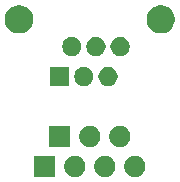
<source format=gbr>
G04 #@! TF.GenerationSoftware,KiCad,Pcbnew,5.1.5+dfsg1-2build2*
G04 #@! TF.CreationDate,2020-09-08T13:45:38-03:00*
G04 #@! TF.ProjectId,base-directo,62617365-2d64-4697-9265-63746f2e6b69,rev?*
G04 #@! TF.SameCoordinates,Original*
G04 #@! TF.FileFunction,Soldermask,Top*
G04 #@! TF.FilePolarity,Negative*
%FSLAX46Y46*%
G04 Gerber Fmt 4.6, Leading zero omitted, Abs format (unit mm)*
G04 Created by KiCad (PCBNEW 5.1.5+dfsg1-2build2) date 2020-09-08 13:45:38*
%MOMM*%
%LPD*%
G04 APERTURE LIST*
%ADD10C,0.100000*%
G04 APERTURE END LIST*
D10*
G36*
X119493512Y-101973927D02*
G01*
X119642812Y-102003624D01*
X119806784Y-102071544D01*
X119954354Y-102170147D01*
X120079853Y-102295646D01*
X120178456Y-102443216D01*
X120246376Y-102607188D01*
X120281000Y-102781259D01*
X120281000Y-102958741D01*
X120246376Y-103132812D01*
X120178456Y-103296784D01*
X120079853Y-103444354D01*
X119954354Y-103569853D01*
X119806784Y-103668456D01*
X119642812Y-103736376D01*
X119493512Y-103766073D01*
X119468742Y-103771000D01*
X119291258Y-103771000D01*
X119266488Y-103766073D01*
X119117188Y-103736376D01*
X118953216Y-103668456D01*
X118805646Y-103569853D01*
X118680147Y-103444354D01*
X118581544Y-103296784D01*
X118513624Y-103132812D01*
X118479000Y-102958741D01*
X118479000Y-102781259D01*
X118513624Y-102607188D01*
X118581544Y-102443216D01*
X118680147Y-102295646D01*
X118805646Y-102170147D01*
X118953216Y-102071544D01*
X119117188Y-102003624D01*
X119266488Y-101973927D01*
X119291258Y-101969000D01*
X119468742Y-101969000D01*
X119493512Y-101973927D01*
G37*
G36*
X116953512Y-101973927D02*
G01*
X117102812Y-102003624D01*
X117266784Y-102071544D01*
X117414354Y-102170147D01*
X117539853Y-102295646D01*
X117638456Y-102443216D01*
X117706376Y-102607188D01*
X117741000Y-102781259D01*
X117741000Y-102958741D01*
X117706376Y-103132812D01*
X117638456Y-103296784D01*
X117539853Y-103444354D01*
X117414354Y-103569853D01*
X117266784Y-103668456D01*
X117102812Y-103736376D01*
X116953512Y-103766073D01*
X116928742Y-103771000D01*
X116751258Y-103771000D01*
X116726488Y-103766073D01*
X116577188Y-103736376D01*
X116413216Y-103668456D01*
X116265646Y-103569853D01*
X116140147Y-103444354D01*
X116041544Y-103296784D01*
X115973624Y-103132812D01*
X115939000Y-102958741D01*
X115939000Y-102781259D01*
X115973624Y-102607188D01*
X116041544Y-102443216D01*
X116140147Y-102295646D01*
X116265646Y-102170147D01*
X116413216Y-102071544D01*
X116577188Y-102003624D01*
X116726488Y-101973927D01*
X116751258Y-101969000D01*
X116928742Y-101969000D01*
X116953512Y-101973927D01*
G37*
G36*
X115201000Y-103771000D02*
G01*
X113399000Y-103771000D01*
X113399000Y-101969000D01*
X115201000Y-101969000D01*
X115201000Y-103771000D01*
G37*
G36*
X122033512Y-101973927D02*
G01*
X122182812Y-102003624D01*
X122346784Y-102071544D01*
X122494354Y-102170147D01*
X122619853Y-102295646D01*
X122718456Y-102443216D01*
X122786376Y-102607188D01*
X122821000Y-102781259D01*
X122821000Y-102958741D01*
X122786376Y-103132812D01*
X122718456Y-103296784D01*
X122619853Y-103444354D01*
X122494354Y-103569853D01*
X122346784Y-103668456D01*
X122182812Y-103736376D01*
X122033512Y-103766073D01*
X122008742Y-103771000D01*
X121831258Y-103771000D01*
X121806488Y-103766073D01*
X121657188Y-103736376D01*
X121493216Y-103668456D01*
X121345646Y-103569853D01*
X121220147Y-103444354D01*
X121121544Y-103296784D01*
X121053624Y-103132812D01*
X121019000Y-102958741D01*
X121019000Y-102781259D01*
X121053624Y-102607188D01*
X121121544Y-102443216D01*
X121220147Y-102295646D01*
X121345646Y-102170147D01*
X121493216Y-102071544D01*
X121657188Y-102003624D01*
X121806488Y-101973927D01*
X121831258Y-101969000D01*
X122008742Y-101969000D01*
X122033512Y-101973927D01*
G37*
G36*
X120763512Y-99433927D02*
G01*
X120912812Y-99463624D01*
X121076784Y-99531544D01*
X121224354Y-99630147D01*
X121349853Y-99755646D01*
X121448456Y-99903216D01*
X121516376Y-100067188D01*
X121551000Y-100241259D01*
X121551000Y-100418741D01*
X121516376Y-100592812D01*
X121448456Y-100756784D01*
X121349853Y-100904354D01*
X121224354Y-101029853D01*
X121076784Y-101128456D01*
X120912812Y-101196376D01*
X120763512Y-101226073D01*
X120738742Y-101231000D01*
X120561258Y-101231000D01*
X120536488Y-101226073D01*
X120387188Y-101196376D01*
X120223216Y-101128456D01*
X120075646Y-101029853D01*
X119950147Y-100904354D01*
X119851544Y-100756784D01*
X119783624Y-100592812D01*
X119749000Y-100418741D01*
X119749000Y-100241259D01*
X119783624Y-100067188D01*
X119851544Y-99903216D01*
X119950147Y-99755646D01*
X120075646Y-99630147D01*
X120223216Y-99531544D01*
X120387188Y-99463624D01*
X120536488Y-99433927D01*
X120561258Y-99429000D01*
X120738742Y-99429000D01*
X120763512Y-99433927D01*
G37*
G36*
X116471000Y-101231000D02*
G01*
X114669000Y-101231000D01*
X114669000Y-99429000D01*
X116471000Y-99429000D01*
X116471000Y-101231000D01*
G37*
G36*
X118223512Y-99433927D02*
G01*
X118372812Y-99463624D01*
X118536784Y-99531544D01*
X118684354Y-99630147D01*
X118809853Y-99755646D01*
X118908456Y-99903216D01*
X118976376Y-100067188D01*
X119011000Y-100241259D01*
X119011000Y-100418741D01*
X118976376Y-100592812D01*
X118908456Y-100756784D01*
X118809853Y-100904354D01*
X118684354Y-101029853D01*
X118536784Y-101128456D01*
X118372812Y-101196376D01*
X118223512Y-101226073D01*
X118198742Y-101231000D01*
X118021258Y-101231000D01*
X117996488Y-101226073D01*
X117847188Y-101196376D01*
X117683216Y-101128456D01*
X117535646Y-101029853D01*
X117410147Y-100904354D01*
X117311544Y-100756784D01*
X117243624Y-100592812D01*
X117209000Y-100418741D01*
X117209000Y-100241259D01*
X117243624Y-100067188D01*
X117311544Y-99903216D01*
X117410147Y-99755646D01*
X117535646Y-99630147D01*
X117683216Y-99531544D01*
X117847188Y-99463624D01*
X117996488Y-99433927D01*
X118021258Y-99429000D01*
X118198742Y-99429000D01*
X118223512Y-99433927D01*
G37*
G36*
X116381000Y-96061000D02*
G01*
X114759000Y-96061000D01*
X114759000Y-94439000D01*
X116381000Y-94439000D01*
X116381000Y-96061000D01*
G37*
G36*
X117846560Y-94470166D02*
G01*
X117994153Y-94531301D01*
X118126982Y-94620055D01*
X118239945Y-94733018D01*
X118328699Y-94865847D01*
X118389834Y-95013440D01*
X118421000Y-95170123D01*
X118421000Y-95329877D01*
X118389834Y-95486560D01*
X118328699Y-95634153D01*
X118239945Y-95766982D01*
X118126982Y-95879945D01*
X117994153Y-95968699D01*
X117994152Y-95968700D01*
X117994151Y-95968700D01*
X117846560Y-96029834D01*
X117689878Y-96061000D01*
X117530122Y-96061000D01*
X117373440Y-96029834D01*
X117225849Y-95968700D01*
X117225848Y-95968700D01*
X117225847Y-95968699D01*
X117093018Y-95879945D01*
X116980055Y-95766982D01*
X116891301Y-95634153D01*
X116830166Y-95486560D01*
X116799000Y-95329877D01*
X116799000Y-95170123D01*
X116830166Y-95013440D01*
X116891301Y-94865847D01*
X116980055Y-94733018D01*
X117093018Y-94620055D01*
X117225847Y-94531301D01*
X117373440Y-94470166D01*
X117530122Y-94439000D01*
X117689878Y-94439000D01*
X117846560Y-94470166D01*
G37*
G36*
X119886560Y-94470166D02*
G01*
X120034153Y-94531301D01*
X120166982Y-94620055D01*
X120279945Y-94733018D01*
X120368699Y-94865847D01*
X120429834Y-95013440D01*
X120461000Y-95170123D01*
X120461000Y-95329877D01*
X120429834Y-95486560D01*
X120368699Y-95634153D01*
X120279945Y-95766982D01*
X120166982Y-95879945D01*
X120034153Y-95968699D01*
X120034152Y-95968700D01*
X120034151Y-95968700D01*
X119886560Y-96029834D01*
X119729878Y-96061000D01*
X119570122Y-96061000D01*
X119413440Y-96029834D01*
X119265849Y-95968700D01*
X119265848Y-95968700D01*
X119265847Y-95968699D01*
X119133018Y-95879945D01*
X119020055Y-95766982D01*
X118931301Y-95634153D01*
X118870166Y-95486560D01*
X118839000Y-95329877D01*
X118839000Y-95170123D01*
X118870166Y-95013440D01*
X118931301Y-94865847D01*
X119020055Y-94733018D01*
X119133018Y-94620055D01*
X119265847Y-94531301D01*
X119413440Y-94470166D01*
X119570122Y-94439000D01*
X119729878Y-94439000D01*
X119886560Y-94470166D01*
G37*
G36*
X120906560Y-91930166D02*
G01*
X121054153Y-91991301D01*
X121186982Y-92080055D01*
X121299945Y-92193018D01*
X121388699Y-92325847D01*
X121449834Y-92473440D01*
X121481000Y-92630123D01*
X121481000Y-92789877D01*
X121449834Y-92946560D01*
X121388699Y-93094153D01*
X121299945Y-93226982D01*
X121186982Y-93339945D01*
X121054153Y-93428699D01*
X121054152Y-93428700D01*
X121054151Y-93428700D01*
X120906560Y-93489834D01*
X120749878Y-93521000D01*
X120590122Y-93521000D01*
X120433440Y-93489834D01*
X120285849Y-93428700D01*
X120285848Y-93428700D01*
X120285847Y-93428699D01*
X120153018Y-93339945D01*
X120040055Y-93226982D01*
X119951301Y-93094153D01*
X119890166Y-92946560D01*
X119859000Y-92789877D01*
X119859000Y-92630123D01*
X119890166Y-92473440D01*
X119951301Y-92325847D01*
X120040055Y-92193018D01*
X120153018Y-92080055D01*
X120285847Y-91991301D01*
X120433440Y-91930166D01*
X120590122Y-91899000D01*
X120749878Y-91899000D01*
X120906560Y-91930166D01*
G37*
G36*
X118866560Y-91930166D02*
G01*
X119014153Y-91991301D01*
X119146982Y-92080055D01*
X119259945Y-92193018D01*
X119348699Y-92325847D01*
X119409834Y-92473440D01*
X119441000Y-92630123D01*
X119441000Y-92789877D01*
X119409834Y-92946560D01*
X119348699Y-93094153D01*
X119259945Y-93226982D01*
X119146982Y-93339945D01*
X119014153Y-93428699D01*
X119014152Y-93428700D01*
X119014151Y-93428700D01*
X118866560Y-93489834D01*
X118709878Y-93521000D01*
X118550122Y-93521000D01*
X118393440Y-93489834D01*
X118245849Y-93428700D01*
X118245848Y-93428700D01*
X118245847Y-93428699D01*
X118113018Y-93339945D01*
X118000055Y-93226982D01*
X117911301Y-93094153D01*
X117850166Y-92946560D01*
X117819000Y-92789877D01*
X117819000Y-92630123D01*
X117850166Y-92473440D01*
X117911301Y-92325847D01*
X118000055Y-92193018D01*
X118113018Y-92080055D01*
X118245847Y-91991301D01*
X118393440Y-91930166D01*
X118550122Y-91899000D01*
X118709878Y-91899000D01*
X118866560Y-91930166D01*
G37*
G36*
X116826560Y-91930166D02*
G01*
X116974153Y-91991301D01*
X117106982Y-92080055D01*
X117219945Y-92193018D01*
X117308699Y-92325847D01*
X117369834Y-92473440D01*
X117401000Y-92630123D01*
X117401000Y-92789877D01*
X117369834Y-92946560D01*
X117308699Y-93094153D01*
X117219945Y-93226982D01*
X117106982Y-93339945D01*
X116974153Y-93428699D01*
X116974152Y-93428700D01*
X116974151Y-93428700D01*
X116826560Y-93489834D01*
X116669878Y-93521000D01*
X116510122Y-93521000D01*
X116353440Y-93489834D01*
X116205849Y-93428700D01*
X116205848Y-93428700D01*
X116205847Y-93428699D01*
X116073018Y-93339945D01*
X115960055Y-93226982D01*
X115871301Y-93094153D01*
X115810166Y-92946560D01*
X115779000Y-92789877D01*
X115779000Y-92630123D01*
X115810166Y-92473440D01*
X115871301Y-92325847D01*
X115960055Y-92193018D01*
X116073018Y-92080055D01*
X116205847Y-91991301D01*
X116353440Y-91930166D01*
X116510122Y-91899000D01*
X116669878Y-91899000D01*
X116826560Y-91930166D01*
G37*
G36*
X112470318Y-89255153D02*
G01*
X112688885Y-89345687D01*
X112688887Y-89345688D01*
X112885593Y-89477122D01*
X113052878Y-89644407D01*
X113184312Y-89841113D01*
X113184313Y-89841115D01*
X113274847Y-90059682D01*
X113321000Y-90291710D01*
X113321000Y-90528290D01*
X113274847Y-90760318D01*
X113184313Y-90978885D01*
X113184312Y-90978887D01*
X113052878Y-91175593D01*
X112885593Y-91342878D01*
X112688887Y-91474312D01*
X112688886Y-91474313D01*
X112688885Y-91474313D01*
X112470318Y-91564847D01*
X112238290Y-91611000D01*
X112001710Y-91611000D01*
X111769682Y-91564847D01*
X111551115Y-91474313D01*
X111551114Y-91474313D01*
X111551113Y-91474312D01*
X111354407Y-91342878D01*
X111187122Y-91175593D01*
X111055688Y-90978887D01*
X111055687Y-90978885D01*
X110965153Y-90760318D01*
X110919000Y-90528290D01*
X110919000Y-90291710D01*
X110965153Y-90059682D01*
X111055687Y-89841115D01*
X111055688Y-89841113D01*
X111187122Y-89644407D01*
X111354407Y-89477122D01*
X111551113Y-89345688D01*
X111551115Y-89345687D01*
X111769682Y-89255153D01*
X112001710Y-89209000D01*
X112238290Y-89209000D01*
X112470318Y-89255153D01*
G37*
G36*
X124470318Y-89255153D02*
G01*
X124688885Y-89345687D01*
X124688887Y-89345688D01*
X124885593Y-89477122D01*
X125052878Y-89644407D01*
X125184312Y-89841113D01*
X125184313Y-89841115D01*
X125274847Y-90059682D01*
X125321000Y-90291710D01*
X125321000Y-90528290D01*
X125274847Y-90760318D01*
X125184313Y-90978885D01*
X125184312Y-90978887D01*
X125052878Y-91175593D01*
X124885593Y-91342878D01*
X124688887Y-91474312D01*
X124688886Y-91474313D01*
X124688885Y-91474313D01*
X124470318Y-91564847D01*
X124238290Y-91611000D01*
X124001710Y-91611000D01*
X123769682Y-91564847D01*
X123551115Y-91474313D01*
X123551114Y-91474313D01*
X123551113Y-91474312D01*
X123354407Y-91342878D01*
X123187122Y-91175593D01*
X123055688Y-90978887D01*
X123055687Y-90978885D01*
X122965153Y-90760318D01*
X122919000Y-90528290D01*
X122919000Y-90291710D01*
X122965153Y-90059682D01*
X123055687Y-89841115D01*
X123055688Y-89841113D01*
X123187122Y-89644407D01*
X123354407Y-89477122D01*
X123551113Y-89345688D01*
X123551115Y-89345687D01*
X123769682Y-89255153D01*
X124001710Y-89209000D01*
X124238290Y-89209000D01*
X124470318Y-89255153D01*
G37*
M02*

</source>
